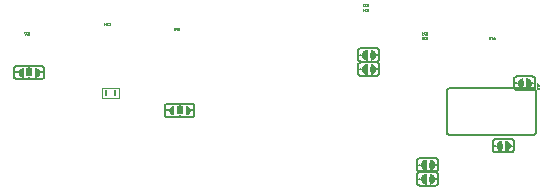
<source format=gbo>
G75*
%MOIN*%
%OFA0B0*%
%FSLAX24Y24*%
%IPPOS*%
%LPD*%
%AMOC8*
5,1,8,0,0,1.08239X$1,22.5*
%
%ADD10C,0.0060*%
%ADD11C,0.0025*%
%ADD12C,0.0010*%
%ADD13R,0.0098X0.0197*%
%ADD14R,0.0197X0.0039*%
%ADD15C,0.0039*%
%ADD16C,0.0020*%
%ADD17R,0.0213X0.0291*%
%ADD18C,0.0059*%
D10*
X013032Y006258D02*
X013827Y006258D01*
X013844Y006260D01*
X013861Y006264D01*
X013877Y006271D01*
X013891Y006281D01*
X013904Y006294D01*
X013914Y006308D01*
X013921Y006324D01*
X013925Y006341D01*
X013927Y006358D01*
X013927Y006604D01*
X013925Y006621D01*
X013921Y006638D01*
X013914Y006654D01*
X013904Y006668D01*
X013891Y006681D01*
X013877Y006691D01*
X013861Y006698D01*
X013844Y006702D01*
X013827Y006704D01*
X013032Y006704D01*
X013015Y006702D01*
X012998Y006698D01*
X012982Y006691D01*
X012968Y006681D01*
X012955Y006668D01*
X012945Y006654D01*
X012938Y006638D01*
X012934Y006621D01*
X012932Y006604D01*
X012932Y006358D01*
X012934Y006341D01*
X012938Y006324D01*
X012945Y006308D01*
X012955Y006294D01*
X012968Y006281D01*
X012982Y006271D01*
X012998Y006264D01*
X013015Y006260D01*
X013032Y006258D01*
X013429Y006278D02*
X013429Y006339D01*
X013084Y006481D02*
X012962Y006481D01*
X013429Y006624D02*
X013429Y006684D01*
X013775Y006481D02*
X013896Y006481D01*
X008907Y007618D02*
X008907Y007864D01*
X008905Y007881D01*
X008901Y007898D01*
X008894Y007914D01*
X008884Y007928D01*
X008871Y007941D01*
X008857Y007951D01*
X008841Y007958D01*
X008824Y007962D01*
X008807Y007964D01*
X008012Y007964D01*
X007995Y007962D01*
X007978Y007958D01*
X007962Y007951D01*
X007948Y007941D01*
X007935Y007928D01*
X007925Y007914D01*
X007918Y007898D01*
X007914Y007881D01*
X007912Y007864D01*
X007912Y007618D01*
X007914Y007601D01*
X007918Y007584D01*
X007925Y007568D01*
X007935Y007554D01*
X007948Y007541D01*
X007962Y007531D01*
X007978Y007524D01*
X007995Y007520D01*
X008012Y007518D01*
X008807Y007518D01*
X008824Y007520D01*
X008841Y007524D01*
X008857Y007531D01*
X008871Y007541D01*
X008884Y007554D01*
X008894Y007568D01*
X008901Y007584D01*
X008905Y007601D01*
X008907Y007618D01*
X008877Y007741D02*
X008755Y007741D01*
X008410Y007883D02*
X008410Y007944D01*
X008064Y007741D02*
X007943Y007741D01*
X008410Y007598D02*
X008410Y007538D01*
X019378Y007734D02*
X019378Y007984D01*
X019380Y008001D01*
X019384Y008018D01*
X019391Y008034D01*
X019401Y008048D01*
X019414Y008061D01*
X019428Y008071D01*
X019444Y008078D01*
X019461Y008082D01*
X019478Y008084D01*
X019978Y008084D01*
X019978Y008106D02*
X019478Y008106D01*
X019461Y008108D01*
X019444Y008112D01*
X019428Y008119D01*
X019414Y008129D01*
X019401Y008142D01*
X019391Y008156D01*
X019384Y008172D01*
X019380Y008189D01*
X019378Y008206D01*
X019378Y008456D01*
X019380Y008473D01*
X019384Y008490D01*
X019391Y008506D01*
X019401Y008520D01*
X019414Y008533D01*
X019428Y008543D01*
X019444Y008550D01*
X019461Y008554D01*
X019478Y008556D01*
X019978Y008556D01*
X019995Y008554D01*
X020012Y008550D01*
X020028Y008543D01*
X020042Y008533D01*
X020055Y008520D01*
X020065Y008506D01*
X020072Y008490D01*
X020076Y008473D01*
X020078Y008456D01*
X020078Y008206D01*
X020076Y008189D01*
X020072Y008172D01*
X020065Y008156D01*
X020055Y008142D01*
X020042Y008129D01*
X020028Y008119D01*
X020012Y008112D01*
X019995Y008108D01*
X019978Y008106D01*
X019978Y008084D02*
X019995Y008082D01*
X020012Y008078D01*
X020028Y008071D01*
X020042Y008061D01*
X020055Y008048D01*
X020065Y008034D01*
X020072Y008018D01*
X020076Y008001D01*
X020078Y007984D01*
X020078Y007734D01*
X020076Y007717D01*
X020072Y007700D01*
X020065Y007684D01*
X020055Y007670D01*
X020042Y007657D01*
X020028Y007647D01*
X020012Y007640D01*
X019995Y007636D01*
X019978Y007634D01*
X019478Y007634D01*
X019461Y007636D01*
X019444Y007640D01*
X019428Y007647D01*
X019414Y007657D01*
X019401Y007670D01*
X019391Y007684D01*
X019384Y007700D01*
X019380Y007717D01*
X019378Y007734D01*
X019428Y007859D02*
X019478Y007859D01*
X019978Y007859D02*
X020028Y007859D01*
X020028Y008331D02*
X019978Y008331D01*
X019478Y008331D02*
X019428Y008331D01*
X024575Y007512D02*
X024575Y007262D01*
X024577Y007245D01*
X024581Y007228D01*
X024588Y007212D01*
X024598Y007198D01*
X024611Y007185D01*
X024625Y007175D01*
X024641Y007168D01*
X024658Y007164D01*
X024675Y007162D01*
X025175Y007162D01*
X025192Y007164D01*
X025209Y007168D01*
X025225Y007175D01*
X025239Y007185D01*
X025252Y007198D01*
X025262Y007212D01*
X025269Y007228D01*
X025273Y007245D01*
X025275Y007262D01*
X025275Y007512D01*
X025273Y007529D01*
X025269Y007546D01*
X025262Y007562D01*
X025252Y007576D01*
X025239Y007589D01*
X025225Y007599D01*
X025209Y007606D01*
X025192Y007610D01*
X025175Y007612D01*
X024675Y007612D01*
X024658Y007610D01*
X024641Y007606D01*
X024625Y007599D01*
X024611Y007589D01*
X024598Y007576D01*
X024588Y007562D01*
X024581Y007546D01*
X024577Y007529D01*
X024575Y007512D01*
X024625Y007387D02*
X024675Y007387D01*
X025175Y007387D02*
X025225Y007387D01*
X024467Y005525D02*
X023967Y005525D01*
X023950Y005523D01*
X023933Y005519D01*
X023917Y005512D01*
X023903Y005502D01*
X023890Y005489D01*
X023880Y005475D01*
X023873Y005459D01*
X023869Y005442D01*
X023867Y005425D01*
X023867Y005175D01*
X023869Y005158D01*
X023873Y005141D01*
X023880Y005125D01*
X023890Y005111D01*
X023903Y005098D01*
X023917Y005088D01*
X023933Y005081D01*
X023950Y005077D01*
X023967Y005075D01*
X024467Y005075D01*
X024484Y005077D01*
X024501Y005081D01*
X024517Y005088D01*
X024531Y005098D01*
X024544Y005111D01*
X024554Y005125D01*
X024561Y005141D01*
X024565Y005158D01*
X024567Y005175D01*
X024567Y005425D01*
X024565Y005442D01*
X024561Y005459D01*
X024554Y005475D01*
X024544Y005489D01*
X024531Y005502D01*
X024517Y005512D01*
X024501Y005519D01*
X024484Y005523D01*
X024467Y005525D01*
X024467Y005300D02*
X024517Y005300D01*
X023967Y005300D02*
X023917Y005300D01*
X022047Y004795D02*
X022047Y004545D01*
X022045Y004528D01*
X022041Y004511D01*
X022034Y004495D01*
X022024Y004481D01*
X022011Y004468D01*
X021997Y004458D01*
X021981Y004451D01*
X021964Y004447D01*
X021947Y004445D01*
X021447Y004445D01*
X021447Y004423D02*
X021947Y004423D01*
X021964Y004421D01*
X021981Y004417D01*
X021997Y004410D01*
X022011Y004400D01*
X022024Y004387D01*
X022034Y004373D01*
X022041Y004357D01*
X022045Y004340D01*
X022047Y004323D01*
X022047Y004073D01*
X022045Y004056D01*
X022041Y004039D01*
X022034Y004023D01*
X022024Y004009D01*
X022011Y003996D01*
X021997Y003986D01*
X021981Y003979D01*
X021964Y003975D01*
X021947Y003973D01*
X021447Y003973D01*
X021430Y003975D01*
X021413Y003979D01*
X021397Y003986D01*
X021383Y003996D01*
X021370Y004009D01*
X021360Y004023D01*
X021353Y004039D01*
X021349Y004056D01*
X021347Y004073D01*
X021347Y004323D01*
X021349Y004340D01*
X021353Y004357D01*
X021360Y004373D01*
X021370Y004387D01*
X021383Y004400D01*
X021397Y004410D01*
X021413Y004417D01*
X021430Y004421D01*
X021447Y004423D01*
X021447Y004445D02*
X021430Y004447D01*
X021413Y004451D01*
X021397Y004458D01*
X021383Y004468D01*
X021370Y004481D01*
X021360Y004495D01*
X021353Y004511D01*
X021349Y004528D01*
X021347Y004545D01*
X021347Y004795D01*
X021349Y004812D01*
X021353Y004829D01*
X021360Y004845D01*
X021370Y004859D01*
X021383Y004872D01*
X021397Y004882D01*
X021413Y004889D01*
X021430Y004893D01*
X021447Y004895D01*
X021947Y004895D01*
X021964Y004893D01*
X021981Y004889D01*
X021997Y004882D01*
X022011Y004872D01*
X022024Y004859D01*
X022034Y004845D01*
X022041Y004829D01*
X022045Y004812D01*
X022047Y004795D01*
X021997Y004670D02*
X021947Y004670D01*
X021447Y004670D02*
X021397Y004670D01*
X021397Y004198D02*
X021447Y004198D01*
X021947Y004198D02*
X021997Y004198D01*
D11*
X021764Y004036D02*
X021753Y004198D01*
X021753Y004198D01*
X021764Y004360D01*
X021764Y004361D01*
X021789Y004357D01*
X021812Y004350D01*
X021834Y004339D01*
X021854Y004325D01*
X021872Y004309D01*
X021887Y004290D01*
X021899Y004269D01*
X021908Y004246D01*
X021913Y004222D01*
X021915Y004198D01*
X021913Y004174D01*
X021908Y004150D01*
X021899Y004127D01*
X021887Y004106D01*
X021872Y004087D01*
X021854Y004071D01*
X021834Y004057D01*
X021812Y004046D01*
X021789Y004039D01*
X021764Y004035D01*
X021764Y004059D01*
X021787Y004062D01*
X021809Y004070D01*
X021829Y004081D01*
X021847Y004095D01*
X021863Y004112D01*
X021875Y004132D01*
X021884Y004153D01*
X021890Y004175D01*
X021892Y004198D01*
X021890Y004221D01*
X021884Y004243D01*
X021875Y004264D01*
X021863Y004284D01*
X021847Y004301D01*
X021829Y004315D01*
X021809Y004326D01*
X021787Y004334D01*
X021764Y004337D01*
X021764Y004314D01*
X021784Y004310D01*
X021803Y004303D01*
X021820Y004293D01*
X021836Y004280D01*
X021848Y004264D01*
X021858Y004247D01*
X021865Y004228D01*
X021869Y004208D01*
X021869Y004188D01*
X021865Y004168D01*
X021858Y004149D01*
X021848Y004132D01*
X021836Y004116D01*
X021820Y004103D01*
X021803Y004093D01*
X021784Y004086D01*
X021764Y004082D01*
X021764Y004105D01*
X021782Y004109D01*
X021798Y004116D01*
X021813Y004127D01*
X021826Y004140D01*
X021835Y004155D01*
X021842Y004171D01*
X021846Y004189D01*
X021846Y004207D01*
X021842Y004225D01*
X021835Y004241D01*
X021826Y004256D01*
X021813Y004269D01*
X021798Y004280D01*
X021782Y004287D01*
X021764Y004291D01*
X021764Y004268D01*
X021780Y004263D01*
X021794Y004255D01*
X021806Y004244D01*
X021815Y004230D01*
X021821Y004214D01*
X021823Y004198D01*
X021821Y004182D01*
X021815Y004166D01*
X021806Y004152D01*
X021794Y004141D01*
X021780Y004133D01*
X021764Y004128D01*
X021764Y004152D01*
X021776Y004156D01*
X021786Y004164D01*
X021794Y004174D01*
X021798Y004186D01*
X021800Y004198D01*
X021798Y004210D01*
X021794Y004222D01*
X021786Y004232D01*
X021776Y004240D01*
X021764Y004244D01*
X021764Y004220D01*
X021771Y004214D01*
X021775Y004207D01*
X021777Y004198D01*
X021775Y004189D01*
X021771Y004182D01*
X021764Y004176D01*
X021752Y004196D01*
X021753Y004196D01*
X021754Y004197D01*
X021754Y004199D01*
X021753Y004200D01*
X021752Y004200D01*
X021630Y004360D02*
X021641Y004198D01*
X021641Y004198D01*
X021630Y004036D01*
X021630Y004035D01*
X021605Y004039D01*
X021582Y004046D01*
X021560Y004057D01*
X021540Y004071D01*
X021522Y004087D01*
X021507Y004106D01*
X021495Y004127D01*
X021486Y004150D01*
X021481Y004174D01*
X021479Y004198D01*
X021481Y004222D01*
X021486Y004246D01*
X021495Y004269D01*
X021507Y004290D01*
X021522Y004309D01*
X021540Y004325D01*
X021560Y004339D01*
X021582Y004350D01*
X021605Y004357D01*
X021630Y004361D01*
X021630Y004337D01*
X021607Y004334D01*
X021585Y004326D01*
X021565Y004315D01*
X021547Y004301D01*
X021531Y004284D01*
X021519Y004264D01*
X021510Y004243D01*
X021504Y004221D01*
X021502Y004198D01*
X021504Y004175D01*
X021510Y004153D01*
X021519Y004132D01*
X021531Y004112D01*
X021547Y004095D01*
X021565Y004081D01*
X021585Y004070D01*
X021607Y004062D01*
X021630Y004059D01*
X021630Y004082D01*
X021610Y004086D01*
X021591Y004093D01*
X021574Y004103D01*
X021558Y004116D01*
X021546Y004132D01*
X021536Y004149D01*
X021529Y004168D01*
X021525Y004188D01*
X021525Y004208D01*
X021529Y004228D01*
X021536Y004247D01*
X021546Y004264D01*
X021558Y004280D01*
X021574Y004293D01*
X021591Y004303D01*
X021610Y004310D01*
X021630Y004314D01*
X021630Y004291D01*
X021612Y004287D01*
X021596Y004280D01*
X021581Y004269D01*
X021568Y004256D01*
X021559Y004241D01*
X021552Y004225D01*
X021548Y004207D01*
X021548Y004189D01*
X021552Y004171D01*
X021559Y004155D01*
X021568Y004140D01*
X021581Y004127D01*
X021596Y004116D01*
X021612Y004109D01*
X021630Y004105D01*
X021630Y004128D01*
X021614Y004133D01*
X021600Y004141D01*
X021588Y004152D01*
X021579Y004166D01*
X021573Y004182D01*
X021571Y004198D01*
X021573Y004214D01*
X021579Y004230D01*
X021588Y004244D01*
X021600Y004255D01*
X021614Y004263D01*
X021630Y004268D01*
X021630Y004244D01*
X021618Y004240D01*
X021608Y004232D01*
X021600Y004222D01*
X021596Y004210D01*
X021594Y004198D01*
X021596Y004186D01*
X021600Y004174D01*
X021608Y004164D01*
X021618Y004156D01*
X021630Y004152D01*
X021630Y004176D01*
X021623Y004182D01*
X021619Y004189D01*
X021617Y004198D01*
X021619Y004207D01*
X021623Y004214D01*
X021630Y004220D01*
X021642Y004200D01*
X021641Y004200D01*
X021640Y004199D01*
X021640Y004197D01*
X021641Y004196D01*
X021642Y004196D01*
X021630Y004832D02*
X021641Y004670D01*
X021641Y004670D01*
X021630Y004508D01*
X021630Y004507D01*
X021605Y004511D01*
X021582Y004518D01*
X021560Y004529D01*
X021540Y004543D01*
X021522Y004559D01*
X021507Y004578D01*
X021495Y004599D01*
X021486Y004622D01*
X021481Y004646D01*
X021479Y004670D01*
X021481Y004694D01*
X021486Y004718D01*
X021495Y004741D01*
X021507Y004762D01*
X021522Y004781D01*
X021540Y004797D01*
X021560Y004811D01*
X021582Y004822D01*
X021605Y004829D01*
X021630Y004833D01*
X021630Y004809D01*
X021607Y004806D01*
X021585Y004798D01*
X021565Y004787D01*
X021547Y004773D01*
X021531Y004756D01*
X021519Y004736D01*
X021510Y004715D01*
X021504Y004693D01*
X021502Y004670D01*
X021504Y004647D01*
X021510Y004625D01*
X021519Y004604D01*
X021531Y004584D01*
X021547Y004567D01*
X021565Y004553D01*
X021585Y004542D01*
X021607Y004534D01*
X021630Y004531D01*
X021630Y004554D01*
X021610Y004558D01*
X021591Y004565D01*
X021574Y004575D01*
X021558Y004588D01*
X021546Y004604D01*
X021536Y004621D01*
X021529Y004640D01*
X021525Y004660D01*
X021525Y004680D01*
X021529Y004700D01*
X021536Y004719D01*
X021546Y004736D01*
X021558Y004752D01*
X021574Y004765D01*
X021591Y004775D01*
X021610Y004782D01*
X021630Y004786D01*
X021630Y004763D01*
X021612Y004759D01*
X021596Y004752D01*
X021581Y004741D01*
X021568Y004728D01*
X021559Y004713D01*
X021552Y004697D01*
X021548Y004679D01*
X021548Y004661D01*
X021552Y004643D01*
X021559Y004627D01*
X021568Y004612D01*
X021581Y004599D01*
X021596Y004588D01*
X021612Y004581D01*
X021630Y004577D01*
X021630Y004600D01*
X021614Y004605D01*
X021600Y004613D01*
X021588Y004624D01*
X021579Y004638D01*
X021573Y004654D01*
X021571Y004670D01*
X021573Y004686D01*
X021579Y004702D01*
X021588Y004716D01*
X021600Y004727D01*
X021614Y004735D01*
X021630Y004740D01*
X021630Y004716D01*
X021618Y004712D01*
X021608Y004704D01*
X021600Y004694D01*
X021596Y004682D01*
X021594Y004670D01*
X021596Y004658D01*
X021600Y004646D01*
X021608Y004636D01*
X021618Y004628D01*
X021630Y004624D01*
X021630Y004648D01*
X021623Y004654D01*
X021619Y004661D01*
X021617Y004670D01*
X021619Y004679D01*
X021623Y004686D01*
X021630Y004692D01*
X021642Y004672D01*
X021641Y004672D01*
X021640Y004671D01*
X021640Y004669D01*
X021641Y004668D01*
X021642Y004668D01*
X021764Y004508D02*
X021753Y004670D01*
X021753Y004670D01*
X021764Y004832D01*
X021764Y004833D01*
X021789Y004829D01*
X021812Y004822D01*
X021834Y004811D01*
X021854Y004797D01*
X021872Y004781D01*
X021887Y004762D01*
X021899Y004741D01*
X021908Y004718D01*
X021913Y004694D01*
X021915Y004670D01*
X021913Y004646D01*
X021908Y004622D01*
X021899Y004599D01*
X021887Y004578D01*
X021872Y004559D01*
X021854Y004543D01*
X021834Y004529D01*
X021812Y004518D01*
X021789Y004511D01*
X021764Y004507D01*
X021764Y004531D01*
X021787Y004534D01*
X021809Y004542D01*
X021829Y004553D01*
X021847Y004567D01*
X021863Y004584D01*
X021875Y004604D01*
X021884Y004625D01*
X021890Y004647D01*
X021892Y004670D01*
X021890Y004693D01*
X021884Y004715D01*
X021875Y004736D01*
X021863Y004756D01*
X021847Y004773D01*
X021829Y004787D01*
X021809Y004798D01*
X021787Y004806D01*
X021764Y004809D01*
X021764Y004786D01*
X021784Y004782D01*
X021803Y004775D01*
X021820Y004765D01*
X021836Y004752D01*
X021848Y004736D01*
X021858Y004719D01*
X021865Y004700D01*
X021869Y004680D01*
X021869Y004660D01*
X021865Y004640D01*
X021858Y004621D01*
X021848Y004604D01*
X021836Y004588D01*
X021820Y004575D01*
X021803Y004565D01*
X021784Y004558D01*
X021764Y004554D01*
X021764Y004577D01*
X021782Y004581D01*
X021798Y004588D01*
X021813Y004599D01*
X021826Y004612D01*
X021835Y004627D01*
X021842Y004643D01*
X021846Y004661D01*
X021846Y004679D01*
X021842Y004697D01*
X021835Y004713D01*
X021826Y004728D01*
X021813Y004741D01*
X021798Y004752D01*
X021782Y004759D01*
X021764Y004763D01*
X021764Y004740D01*
X021780Y004735D01*
X021794Y004727D01*
X021806Y004716D01*
X021815Y004702D01*
X021821Y004686D01*
X021823Y004670D01*
X021821Y004654D01*
X021815Y004638D01*
X021806Y004624D01*
X021794Y004613D01*
X021780Y004605D01*
X021764Y004600D01*
X021764Y004624D01*
X021776Y004628D01*
X021786Y004636D01*
X021794Y004646D01*
X021798Y004658D01*
X021800Y004670D01*
X021798Y004682D01*
X021794Y004694D01*
X021786Y004704D01*
X021776Y004712D01*
X021764Y004716D01*
X021764Y004692D01*
X021771Y004686D01*
X021775Y004679D01*
X021777Y004670D01*
X021775Y004661D01*
X021771Y004654D01*
X021764Y004648D01*
X021752Y004668D01*
X021753Y004668D01*
X021754Y004669D01*
X021754Y004671D01*
X021753Y004672D01*
X021752Y004672D01*
X024150Y005462D02*
X024161Y005300D01*
X024161Y005300D01*
X024150Y005138D01*
X024150Y005137D01*
X024125Y005141D01*
X024102Y005148D01*
X024080Y005159D01*
X024060Y005173D01*
X024042Y005189D01*
X024027Y005208D01*
X024015Y005229D01*
X024006Y005252D01*
X024001Y005276D01*
X023999Y005300D01*
X024001Y005324D01*
X024006Y005348D01*
X024015Y005371D01*
X024027Y005392D01*
X024042Y005411D01*
X024060Y005427D01*
X024080Y005441D01*
X024102Y005452D01*
X024125Y005459D01*
X024150Y005463D01*
X024150Y005439D01*
X024127Y005436D01*
X024105Y005428D01*
X024085Y005417D01*
X024067Y005403D01*
X024051Y005386D01*
X024039Y005366D01*
X024030Y005345D01*
X024024Y005323D01*
X024022Y005300D01*
X024024Y005277D01*
X024030Y005255D01*
X024039Y005234D01*
X024051Y005214D01*
X024067Y005197D01*
X024085Y005183D01*
X024105Y005172D01*
X024127Y005164D01*
X024150Y005161D01*
X024150Y005184D01*
X024130Y005188D01*
X024111Y005195D01*
X024094Y005205D01*
X024078Y005218D01*
X024066Y005234D01*
X024056Y005251D01*
X024049Y005270D01*
X024045Y005290D01*
X024045Y005310D01*
X024049Y005330D01*
X024056Y005349D01*
X024066Y005366D01*
X024078Y005382D01*
X024094Y005395D01*
X024111Y005405D01*
X024130Y005412D01*
X024150Y005416D01*
X024150Y005393D01*
X024132Y005389D01*
X024116Y005382D01*
X024101Y005371D01*
X024088Y005358D01*
X024079Y005343D01*
X024072Y005327D01*
X024068Y005309D01*
X024068Y005291D01*
X024072Y005273D01*
X024079Y005257D01*
X024088Y005242D01*
X024101Y005229D01*
X024116Y005218D01*
X024132Y005211D01*
X024150Y005207D01*
X024150Y005230D01*
X024134Y005235D01*
X024120Y005243D01*
X024108Y005254D01*
X024099Y005268D01*
X024093Y005284D01*
X024091Y005300D01*
X024093Y005316D01*
X024099Y005332D01*
X024108Y005346D01*
X024120Y005357D01*
X024134Y005365D01*
X024150Y005370D01*
X024150Y005346D01*
X024138Y005342D01*
X024128Y005334D01*
X024120Y005324D01*
X024116Y005312D01*
X024114Y005300D01*
X024116Y005288D01*
X024120Y005276D01*
X024128Y005266D01*
X024138Y005258D01*
X024150Y005254D01*
X024150Y005278D01*
X024143Y005284D01*
X024139Y005291D01*
X024137Y005300D01*
X024139Y005309D01*
X024143Y005316D01*
X024150Y005322D01*
X024162Y005302D01*
X024161Y005302D01*
X024160Y005301D01*
X024160Y005299D01*
X024161Y005298D01*
X024162Y005298D01*
X024284Y005138D02*
X024273Y005300D01*
X024273Y005300D01*
X024284Y005462D01*
X024284Y005463D01*
X024309Y005459D01*
X024332Y005452D01*
X024354Y005441D01*
X024374Y005427D01*
X024392Y005411D01*
X024407Y005392D01*
X024419Y005371D01*
X024428Y005348D01*
X024433Y005324D01*
X024435Y005300D01*
X024433Y005276D01*
X024428Y005252D01*
X024419Y005229D01*
X024407Y005208D01*
X024392Y005189D01*
X024374Y005173D01*
X024354Y005159D01*
X024332Y005148D01*
X024309Y005141D01*
X024284Y005137D01*
X024284Y005161D01*
X024307Y005164D01*
X024329Y005172D01*
X024349Y005183D01*
X024367Y005197D01*
X024383Y005214D01*
X024395Y005234D01*
X024404Y005255D01*
X024410Y005277D01*
X024412Y005300D01*
X024410Y005323D01*
X024404Y005345D01*
X024395Y005366D01*
X024383Y005386D01*
X024367Y005403D01*
X024349Y005417D01*
X024329Y005428D01*
X024307Y005436D01*
X024284Y005439D01*
X024284Y005416D01*
X024304Y005412D01*
X024323Y005405D01*
X024340Y005395D01*
X024356Y005382D01*
X024368Y005366D01*
X024378Y005349D01*
X024385Y005330D01*
X024389Y005310D01*
X024389Y005290D01*
X024385Y005270D01*
X024378Y005251D01*
X024368Y005234D01*
X024356Y005218D01*
X024340Y005205D01*
X024323Y005195D01*
X024304Y005188D01*
X024284Y005184D01*
X024284Y005207D01*
X024302Y005211D01*
X024318Y005218D01*
X024333Y005229D01*
X024346Y005242D01*
X024355Y005257D01*
X024362Y005273D01*
X024366Y005291D01*
X024366Y005309D01*
X024362Y005327D01*
X024355Y005343D01*
X024346Y005358D01*
X024333Y005371D01*
X024318Y005382D01*
X024302Y005389D01*
X024284Y005393D01*
X024284Y005370D01*
X024300Y005365D01*
X024314Y005357D01*
X024326Y005346D01*
X024335Y005332D01*
X024341Y005316D01*
X024343Y005300D01*
X024341Y005284D01*
X024335Y005268D01*
X024326Y005254D01*
X024314Y005243D01*
X024300Y005235D01*
X024284Y005230D01*
X024284Y005254D01*
X024296Y005258D01*
X024306Y005266D01*
X024314Y005276D01*
X024318Y005288D01*
X024320Y005300D01*
X024318Y005312D01*
X024314Y005324D01*
X024306Y005334D01*
X024296Y005342D01*
X024284Y005346D01*
X024284Y005322D01*
X024291Y005316D01*
X024295Y005309D01*
X024297Y005300D01*
X024295Y005291D01*
X024291Y005284D01*
X024284Y005278D01*
X024272Y005298D01*
X024273Y005298D01*
X024274Y005299D01*
X024274Y005301D01*
X024273Y005302D01*
X024272Y005302D01*
X024858Y007549D02*
X024869Y007387D01*
X024869Y007387D01*
X024858Y007225D01*
X024858Y007224D01*
X024833Y007228D01*
X024810Y007235D01*
X024788Y007246D01*
X024768Y007260D01*
X024750Y007276D01*
X024735Y007295D01*
X024723Y007316D01*
X024714Y007339D01*
X024709Y007363D01*
X024707Y007387D01*
X024709Y007411D01*
X024714Y007435D01*
X024723Y007458D01*
X024735Y007479D01*
X024750Y007498D01*
X024768Y007514D01*
X024788Y007528D01*
X024810Y007539D01*
X024833Y007546D01*
X024858Y007550D01*
X024858Y007526D01*
X024835Y007523D01*
X024813Y007515D01*
X024793Y007504D01*
X024775Y007490D01*
X024759Y007473D01*
X024747Y007453D01*
X024738Y007432D01*
X024732Y007410D01*
X024730Y007387D01*
X024732Y007364D01*
X024738Y007342D01*
X024747Y007321D01*
X024759Y007301D01*
X024775Y007284D01*
X024793Y007270D01*
X024813Y007259D01*
X024835Y007251D01*
X024858Y007248D01*
X024858Y007271D01*
X024838Y007275D01*
X024819Y007282D01*
X024802Y007292D01*
X024786Y007305D01*
X024774Y007321D01*
X024764Y007338D01*
X024757Y007357D01*
X024753Y007377D01*
X024753Y007397D01*
X024757Y007417D01*
X024764Y007436D01*
X024774Y007453D01*
X024786Y007469D01*
X024802Y007482D01*
X024819Y007492D01*
X024838Y007499D01*
X024858Y007503D01*
X024858Y007480D01*
X024840Y007476D01*
X024824Y007469D01*
X024809Y007458D01*
X024796Y007445D01*
X024787Y007430D01*
X024780Y007414D01*
X024776Y007396D01*
X024776Y007378D01*
X024780Y007360D01*
X024787Y007344D01*
X024796Y007329D01*
X024809Y007316D01*
X024824Y007305D01*
X024840Y007298D01*
X024858Y007294D01*
X024858Y007317D01*
X024842Y007322D01*
X024828Y007330D01*
X024816Y007341D01*
X024807Y007355D01*
X024801Y007371D01*
X024799Y007387D01*
X024801Y007403D01*
X024807Y007419D01*
X024816Y007433D01*
X024828Y007444D01*
X024842Y007452D01*
X024858Y007457D01*
X024858Y007433D01*
X024846Y007429D01*
X024836Y007421D01*
X024828Y007411D01*
X024824Y007399D01*
X024822Y007387D01*
X024824Y007375D01*
X024828Y007363D01*
X024836Y007353D01*
X024846Y007345D01*
X024858Y007341D01*
X024858Y007365D01*
X024851Y007371D01*
X024847Y007378D01*
X024845Y007387D01*
X024847Y007396D01*
X024851Y007403D01*
X024858Y007409D01*
X024870Y007389D01*
X024869Y007389D01*
X024868Y007388D01*
X024868Y007386D01*
X024869Y007385D01*
X024870Y007385D01*
X024992Y007225D02*
X024981Y007387D01*
X024981Y007387D01*
X024992Y007549D01*
X024992Y007550D01*
X025017Y007546D01*
X025040Y007539D01*
X025062Y007528D01*
X025082Y007514D01*
X025100Y007498D01*
X025115Y007479D01*
X025127Y007458D01*
X025136Y007435D01*
X025141Y007411D01*
X025143Y007387D01*
X025141Y007363D01*
X025136Y007339D01*
X025127Y007316D01*
X025115Y007295D01*
X025100Y007276D01*
X025082Y007260D01*
X025062Y007246D01*
X025040Y007235D01*
X025017Y007228D01*
X024992Y007224D01*
X024992Y007248D01*
X025015Y007251D01*
X025037Y007259D01*
X025057Y007270D01*
X025075Y007284D01*
X025091Y007301D01*
X025103Y007321D01*
X025112Y007342D01*
X025118Y007364D01*
X025120Y007387D01*
X025118Y007410D01*
X025112Y007432D01*
X025103Y007453D01*
X025091Y007473D01*
X025075Y007490D01*
X025057Y007504D01*
X025037Y007515D01*
X025015Y007523D01*
X024992Y007526D01*
X024992Y007503D01*
X025012Y007499D01*
X025031Y007492D01*
X025048Y007482D01*
X025064Y007469D01*
X025076Y007453D01*
X025086Y007436D01*
X025093Y007417D01*
X025097Y007397D01*
X025097Y007377D01*
X025093Y007357D01*
X025086Y007338D01*
X025076Y007321D01*
X025064Y007305D01*
X025048Y007292D01*
X025031Y007282D01*
X025012Y007275D01*
X024992Y007271D01*
X024992Y007294D01*
X025010Y007298D01*
X025026Y007305D01*
X025041Y007316D01*
X025054Y007329D01*
X025063Y007344D01*
X025070Y007360D01*
X025074Y007378D01*
X025074Y007396D01*
X025070Y007414D01*
X025063Y007430D01*
X025054Y007445D01*
X025041Y007458D01*
X025026Y007469D01*
X025010Y007476D01*
X024992Y007480D01*
X024992Y007457D01*
X025008Y007452D01*
X025022Y007444D01*
X025034Y007433D01*
X025043Y007419D01*
X025049Y007403D01*
X025051Y007387D01*
X025049Y007371D01*
X025043Y007355D01*
X025034Y007341D01*
X025022Y007330D01*
X025008Y007322D01*
X024992Y007317D01*
X024992Y007341D01*
X025004Y007345D01*
X025014Y007353D01*
X025022Y007363D01*
X025026Y007375D01*
X025028Y007387D01*
X025026Y007399D01*
X025022Y007411D01*
X025014Y007421D01*
X025004Y007429D01*
X024992Y007433D01*
X024992Y007409D01*
X024999Y007403D01*
X025003Y007396D01*
X025005Y007387D01*
X025003Y007378D01*
X024999Y007371D01*
X024992Y007365D01*
X024980Y007385D01*
X024981Y007385D01*
X024982Y007386D01*
X024982Y007388D01*
X024981Y007389D01*
X024980Y007389D01*
X019795Y007697D02*
X019784Y007859D01*
X019784Y007859D01*
X019795Y008021D01*
X019795Y008022D01*
X019820Y008018D01*
X019843Y008011D01*
X019865Y008000D01*
X019885Y007986D01*
X019903Y007970D01*
X019918Y007951D01*
X019930Y007930D01*
X019939Y007907D01*
X019944Y007883D01*
X019946Y007859D01*
X019944Y007835D01*
X019939Y007811D01*
X019930Y007788D01*
X019918Y007767D01*
X019903Y007748D01*
X019885Y007732D01*
X019865Y007718D01*
X019843Y007707D01*
X019820Y007700D01*
X019795Y007696D01*
X019795Y007720D01*
X019818Y007723D01*
X019840Y007731D01*
X019860Y007742D01*
X019878Y007756D01*
X019894Y007773D01*
X019906Y007793D01*
X019915Y007814D01*
X019921Y007836D01*
X019923Y007859D01*
X019921Y007882D01*
X019915Y007904D01*
X019906Y007925D01*
X019894Y007945D01*
X019878Y007962D01*
X019860Y007976D01*
X019840Y007987D01*
X019818Y007995D01*
X019795Y007998D01*
X019795Y007975D01*
X019815Y007971D01*
X019834Y007964D01*
X019851Y007954D01*
X019867Y007941D01*
X019879Y007925D01*
X019889Y007908D01*
X019896Y007889D01*
X019900Y007869D01*
X019900Y007849D01*
X019896Y007829D01*
X019889Y007810D01*
X019879Y007793D01*
X019867Y007777D01*
X019851Y007764D01*
X019834Y007754D01*
X019815Y007747D01*
X019795Y007743D01*
X019795Y007766D01*
X019813Y007770D01*
X019829Y007777D01*
X019844Y007788D01*
X019857Y007801D01*
X019866Y007816D01*
X019873Y007832D01*
X019877Y007850D01*
X019877Y007868D01*
X019873Y007886D01*
X019866Y007902D01*
X019857Y007917D01*
X019844Y007930D01*
X019829Y007941D01*
X019813Y007948D01*
X019795Y007952D01*
X019795Y007929D01*
X019811Y007924D01*
X019825Y007916D01*
X019837Y007905D01*
X019846Y007891D01*
X019852Y007875D01*
X019854Y007859D01*
X019852Y007843D01*
X019846Y007827D01*
X019837Y007813D01*
X019825Y007802D01*
X019811Y007794D01*
X019795Y007789D01*
X019795Y007813D01*
X019807Y007817D01*
X019817Y007825D01*
X019825Y007835D01*
X019829Y007847D01*
X019831Y007859D01*
X019829Y007871D01*
X019825Y007883D01*
X019817Y007893D01*
X019807Y007901D01*
X019795Y007905D01*
X019795Y007881D01*
X019802Y007875D01*
X019806Y007868D01*
X019808Y007859D01*
X019806Y007850D01*
X019802Y007843D01*
X019795Y007837D01*
X019783Y007857D01*
X019784Y007857D01*
X019785Y007858D01*
X019785Y007860D01*
X019784Y007861D01*
X019783Y007861D01*
X019661Y008021D02*
X019672Y007859D01*
X019672Y007859D01*
X019661Y007697D01*
X019661Y007696D01*
X019636Y007700D01*
X019613Y007707D01*
X019591Y007718D01*
X019571Y007732D01*
X019553Y007748D01*
X019538Y007767D01*
X019526Y007788D01*
X019517Y007811D01*
X019512Y007835D01*
X019510Y007859D01*
X019512Y007883D01*
X019517Y007907D01*
X019526Y007930D01*
X019538Y007951D01*
X019553Y007970D01*
X019571Y007986D01*
X019591Y008000D01*
X019613Y008011D01*
X019636Y008018D01*
X019661Y008022D01*
X019661Y007998D01*
X019638Y007995D01*
X019616Y007987D01*
X019596Y007976D01*
X019578Y007962D01*
X019562Y007945D01*
X019550Y007925D01*
X019541Y007904D01*
X019535Y007882D01*
X019533Y007859D01*
X019535Y007836D01*
X019541Y007814D01*
X019550Y007793D01*
X019562Y007773D01*
X019578Y007756D01*
X019596Y007742D01*
X019616Y007731D01*
X019638Y007723D01*
X019661Y007720D01*
X019661Y007743D01*
X019641Y007747D01*
X019622Y007754D01*
X019605Y007764D01*
X019589Y007777D01*
X019577Y007793D01*
X019567Y007810D01*
X019560Y007829D01*
X019556Y007849D01*
X019556Y007869D01*
X019560Y007889D01*
X019567Y007908D01*
X019577Y007925D01*
X019589Y007941D01*
X019605Y007954D01*
X019622Y007964D01*
X019641Y007971D01*
X019661Y007975D01*
X019661Y007952D01*
X019643Y007948D01*
X019627Y007941D01*
X019612Y007930D01*
X019599Y007917D01*
X019590Y007902D01*
X019583Y007886D01*
X019579Y007868D01*
X019579Y007850D01*
X019583Y007832D01*
X019590Y007816D01*
X019599Y007801D01*
X019612Y007788D01*
X019627Y007777D01*
X019643Y007770D01*
X019661Y007766D01*
X019661Y007789D01*
X019645Y007794D01*
X019631Y007802D01*
X019619Y007813D01*
X019610Y007827D01*
X019604Y007843D01*
X019602Y007859D01*
X019604Y007875D01*
X019610Y007891D01*
X019619Y007905D01*
X019631Y007916D01*
X019645Y007924D01*
X019661Y007929D01*
X019661Y007905D01*
X019649Y007901D01*
X019639Y007893D01*
X019631Y007883D01*
X019627Y007871D01*
X019625Y007859D01*
X019627Y007847D01*
X019631Y007835D01*
X019639Y007825D01*
X019649Y007817D01*
X019661Y007813D01*
X019661Y007837D01*
X019654Y007843D01*
X019650Y007850D01*
X019648Y007859D01*
X019650Y007868D01*
X019654Y007875D01*
X019661Y007881D01*
X019673Y007861D01*
X019672Y007861D01*
X019671Y007860D01*
X019671Y007858D01*
X019672Y007857D01*
X019673Y007857D01*
X019661Y008493D02*
X019672Y008331D01*
X019672Y008331D01*
X019661Y008169D01*
X019661Y008168D01*
X019636Y008172D01*
X019613Y008179D01*
X019591Y008190D01*
X019571Y008204D01*
X019553Y008220D01*
X019538Y008239D01*
X019526Y008260D01*
X019517Y008283D01*
X019512Y008307D01*
X019510Y008331D01*
X019512Y008355D01*
X019517Y008379D01*
X019526Y008402D01*
X019538Y008423D01*
X019553Y008442D01*
X019571Y008458D01*
X019591Y008472D01*
X019613Y008483D01*
X019636Y008490D01*
X019661Y008494D01*
X019661Y008470D01*
X019638Y008467D01*
X019616Y008459D01*
X019596Y008448D01*
X019578Y008434D01*
X019562Y008417D01*
X019550Y008397D01*
X019541Y008376D01*
X019535Y008354D01*
X019533Y008331D01*
X019535Y008308D01*
X019541Y008286D01*
X019550Y008265D01*
X019562Y008245D01*
X019578Y008228D01*
X019596Y008214D01*
X019616Y008203D01*
X019638Y008195D01*
X019661Y008192D01*
X019661Y008215D01*
X019641Y008219D01*
X019622Y008226D01*
X019605Y008236D01*
X019589Y008249D01*
X019577Y008265D01*
X019567Y008282D01*
X019560Y008301D01*
X019556Y008321D01*
X019556Y008341D01*
X019560Y008361D01*
X019567Y008380D01*
X019577Y008397D01*
X019589Y008413D01*
X019605Y008426D01*
X019622Y008436D01*
X019641Y008443D01*
X019661Y008447D01*
X019661Y008424D01*
X019643Y008420D01*
X019627Y008413D01*
X019612Y008402D01*
X019599Y008389D01*
X019590Y008374D01*
X019583Y008358D01*
X019579Y008340D01*
X019579Y008322D01*
X019583Y008304D01*
X019590Y008288D01*
X019599Y008273D01*
X019612Y008260D01*
X019627Y008249D01*
X019643Y008242D01*
X019661Y008238D01*
X019661Y008261D01*
X019645Y008266D01*
X019631Y008274D01*
X019619Y008285D01*
X019610Y008299D01*
X019604Y008315D01*
X019602Y008331D01*
X019604Y008347D01*
X019610Y008363D01*
X019619Y008377D01*
X019631Y008388D01*
X019645Y008396D01*
X019661Y008401D01*
X019661Y008377D01*
X019649Y008373D01*
X019639Y008365D01*
X019631Y008355D01*
X019627Y008343D01*
X019625Y008331D01*
X019627Y008319D01*
X019631Y008307D01*
X019639Y008297D01*
X019649Y008289D01*
X019661Y008285D01*
X019661Y008309D01*
X019654Y008315D01*
X019650Y008322D01*
X019648Y008331D01*
X019650Y008340D01*
X019654Y008347D01*
X019661Y008353D01*
X019673Y008333D01*
X019672Y008333D01*
X019671Y008332D01*
X019671Y008330D01*
X019672Y008329D01*
X019673Y008329D01*
X019795Y008169D02*
X019784Y008331D01*
X019784Y008331D01*
X019795Y008493D01*
X019795Y008494D01*
X019820Y008490D01*
X019843Y008483D01*
X019865Y008472D01*
X019885Y008458D01*
X019903Y008442D01*
X019918Y008423D01*
X019930Y008402D01*
X019939Y008379D01*
X019944Y008355D01*
X019946Y008331D01*
X019944Y008307D01*
X019939Y008283D01*
X019930Y008260D01*
X019918Y008239D01*
X019903Y008220D01*
X019885Y008204D01*
X019865Y008190D01*
X019843Y008179D01*
X019820Y008172D01*
X019795Y008168D01*
X019795Y008192D01*
X019818Y008195D01*
X019840Y008203D01*
X019860Y008214D01*
X019878Y008228D01*
X019894Y008245D01*
X019906Y008265D01*
X019915Y008286D01*
X019921Y008308D01*
X019923Y008331D01*
X019921Y008354D01*
X019915Y008376D01*
X019906Y008397D01*
X019894Y008417D01*
X019878Y008434D01*
X019860Y008448D01*
X019840Y008459D01*
X019818Y008467D01*
X019795Y008470D01*
X019795Y008447D01*
X019815Y008443D01*
X019834Y008436D01*
X019851Y008426D01*
X019867Y008413D01*
X019879Y008397D01*
X019889Y008380D01*
X019896Y008361D01*
X019900Y008341D01*
X019900Y008321D01*
X019896Y008301D01*
X019889Y008282D01*
X019879Y008265D01*
X019867Y008249D01*
X019851Y008236D01*
X019834Y008226D01*
X019815Y008219D01*
X019795Y008215D01*
X019795Y008238D01*
X019813Y008242D01*
X019829Y008249D01*
X019844Y008260D01*
X019857Y008273D01*
X019866Y008288D01*
X019873Y008304D01*
X019877Y008322D01*
X019877Y008340D01*
X019873Y008358D01*
X019866Y008374D01*
X019857Y008389D01*
X019844Y008402D01*
X019829Y008413D01*
X019813Y008420D01*
X019795Y008424D01*
X019795Y008401D01*
X019811Y008396D01*
X019825Y008388D01*
X019837Y008377D01*
X019846Y008363D01*
X019852Y008347D01*
X019854Y008331D01*
X019852Y008315D01*
X019846Y008299D01*
X019837Y008285D01*
X019825Y008274D01*
X019811Y008266D01*
X019795Y008261D01*
X019795Y008285D01*
X019807Y008289D01*
X019817Y008297D01*
X019825Y008307D01*
X019829Y008319D01*
X019831Y008331D01*
X019829Y008343D01*
X019825Y008355D01*
X019817Y008365D01*
X019807Y008373D01*
X019795Y008377D01*
X019795Y008353D01*
X019802Y008347D01*
X019806Y008340D01*
X019808Y008331D01*
X019806Y008322D01*
X019802Y008315D01*
X019795Y008309D01*
X019783Y008329D01*
X019784Y008329D01*
X019785Y008330D01*
X019785Y008332D01*
X019784Y008333D01*
X019783Y008333D01*
D12*
X021501Y008848D02*
X021547Y008848D01*
X021501Y008894D01*
X021501Y008906D01*
X021513Y008917D01*
X021536Y008917D01*
X021547Y008906D01*
X021574Y008917D02*
X021597Y008917D01*
X021585Y008917D02*
X021585Y008860D01*
X021597Y008848D01*
X021608Y008848D01*
X021619Y008860D01*
X021646Y008860D02*
X021658Y008848D01*
X021681Y008848D01*
X021692Y008860D01*
X021681Y008883D02*
X021692Y008894D01*
X021692Y008906D01*
X021681Y008917D01*
X021658Y008917D01*
X021646Y008906D01*
X021658Y008883D02*
X021646Y008871D01*
X021646Y008860D01*
X021658Y008883D02*
X021681Y008883D01*
X021681Y009006D02*
X021692Y009017D01*
X021681Y009006D02*
X021658Y009006D01*
X021646Y009017D01*
X021646Y009029D01*
X021658Y009040D01*
X021681Y009040D01*
X021692Y009052D01*
X021692Y009063D01*
X021681Y009075D01*
X021658Y009075D01*
X021646Y009063D01*
X021597Y009075D02*
X021574Y009075D01*
X021585Y009075D02*
X021585Y009017D01*
X021597Y009006D01*
X021608Y009006D01*
X021619Y009017D01*
X021547Y009006D02*
X021501Y009006D01*
X021524Y009006D02*
X021524Y009075D01*
X021547Y009052D01*
X019723Y009805D02*
X019712Y009793D01*
X019689Y009793D01*
X019678Y009805D01*
X019678Y009816D01*
X019689Y009828D01*
X019712Y009828D01*
X019723Y009839D01*
X019723Y009851D01*
X019712Y009862D01*
X019689Y009862D01*
X019678Y009851D01*
X019628Y009862D02*
X019605Y009862D01*
X019617Y009862D02*
X019617Y009805D01*
X019628Y009793D01*
X019640Y009793D01*
X019651Y009805D01*
X019578Y009828D02*
X019533Y009828D01*
X019544Y009862D02*
X019578Y009828D01*
X019544Y009793D02*
X019544Y009862D01*
X019544Y009951D02*
X019567Y009951D01*
X019578Y009962D01*
X019556Y009985D02*
X019544Y009985D01*
X019533Y009974D01*
X019533Y009962D01*
X019544Y009951D01*
X019544Y009985D02*
X019533Y009997D01*
X019533Y010008D01*
X019544Y010019D01*
X019567Y010019D01*
X019578Y010008D01*
X019605Y010019D02*
X019628Y010019D01*
X019617Y010019D02*
X019617Y009962D01*
X019628Y009951D01*
X019640Y009951D01*
X019651Y009962D01*
X019678Y009962D02*
X019689Y009951D01*
X019712Y009951D01*
X019723Y009962D01*
X019712Y009985D02*
X019689Y009985D01*
X019678Y009974D01*
X019678Y009962D01*
X019712Y009985D02*
X019723Y009997D01*
X019723Y010008D01*
X019712Y010019D01*
X019689Y010019D01*
X019678Y010008D01*
X023745Y008917D02*
X023791Y008917D01*
X023791Y008883D01*
X023768Y008894D01*
X023757Y008894D01*
X023745Y008883D01*
X023745Y008860D01*
X023757Y008848D01*
X023780Y008848D01*
X023791Y008860D01*
X023829Y008860D02*
X023829Y008917D01*
X023818Y008917D02*
X023841Y008917D01*
X023890Y008906D02*
X023902Y008917D01*
X023925Y008917D01*
X023936Y008906D01*
X023936Y008894D01*
X023925Y008883D01*
X023902Y008883D01*
X023890Y008871D01*
X023890Y008860D01*
X023902Y008848D01*
X023925Y008848D01*
X023936Y008860D01*
X023864Y008860D02*
X023852Y008848D01*
X023841Y008848D01*
X023829Y008860D01*
X025330Y007374D02*
X025342Y007386D01*
X025354Y007386D01*
X025365Y007374D01*
X025365Y007339D01*
X025342Y007339D01*
X025330Y007351D01*
X025330Y007374D01*
X025365Y007339D02*
X025389Y007362D01*
X025400Y007386D01*
X025400Y007312D02*
X025400Y007289D01*
X025400Y007300D02*
X025342Y007300D01*
X025330Y007289D01*
X025330Y007277D01*
X025342Y007265D01*
X025342Y007238D02*
X025330Y007227D01*
X025330Y007203D01*
X025342Y007192D01*
X025365Y007203D02*
X025377Y007192D01*
X025389Y007192D01*
X025400Y007203D01*
X025400Y007227D01*
X025389Y007238D01*
X025365Y007227D02*
X025354Y007238D01*
X025342Y007238D01*
X025365Y007227D02*
X025365Y007203D01*
X013424Y009175D02*
X013413Y009163D01*
X013390Y009163D01*
X013378Y009175D01*
X013378Y009186D01*
X013390Y009198D01*
X013413Y009198D01*
X013424Y009209D01*
X013424Y009221D01*
X013413Y009232D01*
X013390Y009232D01*
X013378Y009221D01*
X013329Y009232D02*
X013306Y009232D01*
X013317Y009232D02*
X013317Y009175D01*
X013329Y009163D01*
X013340Y009163D01*
X013352Y009175D01*
X013279Y009175D02*
X013279Y009186D01*
X013268Y009198D01*
X013245Y009198D01*
X013233Y009186D01*
X013233Y009175D01*
X013245Y009163D01*
X013268Y009163D01*
X013279Y009175D01*
X013268Y009198D02*
X013279Y009209D01*
X013279Y009221D01*
X013268Y009232D01*
X013245Y009232D01*
X013233Y009221D01*
X013233Y009209D01*
X013245Y009198D01*
X011101Y009332D02*
X011090Y009321D01*
X011067Y009321D01*
X011056Y009332D01*
X011029Y009321D02*
X010983Y009367D01*
X010983Y009378D01*
X010995Y009390D01*
X011017Y009390D01*
X011029Y009378D01*
X011056Y009378D02*
X011067Y009390D01*
X011090Y009390D01*
X011101Y009378D01*
X011101Y009332D01*
X011029Y009321D02*
X010983Y009321D01*
X010956Y009355D02*
X010911Y009355D01*
X010922Y009321D02*
X010922Y009390D01*
X010956Y009355D01*
X008424Y009063D02*
X008424Y009052D01*
X008413Y009040D01*
X008390Y009040D01*
X008378Y009029D01*
X008378Y009017D01*
X008390Y009006D01*
X008413Y009006D01*
X008424Y009017D01*
X008424Y009063D02*
X008413Y009075D01*
X008390Y009075D01*
X008378Y009063D01*
X008329Y009075D02*
X008306Y009075D01*
X008317Y009075D02*
X008317Y009017D01*
X008329Y009006D01*
X008340Y009006D01*
X008352Y009017D01*
X008279Y009017D02*
X008279Y009006D01*
X008279Y009017D02*
X008233Y009063D01*
X008233Y009075D01*
X008279Y009075D01*
D13*
X010978Y007052D03*
X011274Y007052D03*
D14*
X011126Y007131D03*
X011126Y006973D03*
D15*
X011421Y006894D02*
X010831Y006894D01*
X010831Y007209D01*
X011421Y007209D01*
X011421Y006894D01*
D16*
X013217Y006619D02*
X013225Y006481D01*
X013225Y006481D01*
X013217Y006343D01*
X013216Y006342D01*
X013194Y006346D01*
X013173Y006352D01*
X013154Y006362D01*
X013136Y006375D01*
X013121Y006390D01*
X013108Y006408D01*
X013098Y006428D01*
X013091Y006448D01*
X013087Y006470D01*
X013087Y006492D01*
X013091Y006514D01*
X013098Y006534D01*
X013108Y006554D01*
X013121Y006572D01*
X013136Y006587D01*
X013154Y006600D01*
X013173Y006610D01*
X013194Y006616D01*
X013216Y006620D01*
X013216Y006602D01*
X013195Y006598D01*
X013175Y006591D01*
X013157Y006580D01*
X013141Y006567D01*
X013127Y006551D01*
X013116Y006532D01*
X013109Y006512D01*
X013105Y006492D01*
X013105Y006470D01*
X013109Y006450D01*
X013116Y006430D01*
X013127Y006411D01*
X013141Y006395D01*
X013157Y006382D01*
X013175Y006371D01*
X013195Y006364D01*
X013216Y006360D01*
X013216Y006378D01*
X013197Y006382D01*
X013180Y006389D01*
X013164Y006399D01*
X013150Y006412D01*
X013138Y006427D01*
X013130Y006444D01*
X013125Y006462D01*
X013123Y006481D01*
X013125Y006500D01*
X013130Y006518D01*
X013138Y006535D01*
X013150Y006550D01*
X013164Y006563D01*
X013180Y006573D01*
X013197Y006580D01*
X013216Y006584D01*
X013216Y006565D01*
X013199Y006562D01*
X013183Y006554D01*
X013169Y006544D01*
X013157Y006531D01*
X013148Y006515D01*
X013143Y006499D01*
X013141Y006481D01*
X013143Y006463D01*
X013148Y006447D01*
X013157Y006431D01*
X013169Y006418D01*
X013183Y006408D01*
X013199Y006400D01*
X013216Y006397D01*
X013216Y006415D01*
X013201Y006419D01*
X013187Y006427D01*
X013175Y006437D01*
X013166Y006450D01*
X013161Y006465D01*
X013159Y006481D01*
X013161Y006497D01*
X013166Y006512D01*
X013175Y006525D01*
X013187Y006535D01*
X013201Y006543D01*
X013216Y006547D01*
X013216Y006529D01*
X013205Y006525D01*
X013194Y006518D01*
X013186Y006510D01*
X013180Y006499D01*
X013177Y006487D01*
X013177Y006475D01*
X013180Y006463D01*
X013186Y006452D01*
X013194Y006444D01*
X013205Y006437D01*
X013216Y006433D01*
X013216Y006452D01*
X013208Y006456D01*
X013201Y006463D01*
X013196Y006471D01*
X013195Y006481D01*
X013196Y006491D01*
X013201Y006499D01*
X013208Y006506D01*
X013216Y006510D01*
X013217Y006490D01*
X013214Y006486D01*
X013213Y006481D01*
X013214Y006476D01*
X013217Y006472D01*
X013641Y006343D02*
X013633Y006481D01*
X013633Y006481D01*
X013641Y006619D01*
X013642Y006620D01*
X013664Y006616D01*
X013685Y006610D01*
X013704Y006600D01*
X013722Y006587D01*
X013737Y006572D01*
X013750Y006554D01*
X013760Y006534D01*
X013767Y006514D01*
X013771Y006492D01*
X013771Y006470D01*
X013767Y006448D01*
X013760Y006428D01*
X013750Y006408D01*
X013737Y006390D01*
X013722Y006375D01*
X013704Y006362D01*
X013685Y006352D01*
X013664Y006346D01*
X013642Y006342D01*
X013642Y006360D01*
X013663Y006364D01*
X013683Y006371D01*
X013701Y006382D01*
X013717Y006395D01*
X013731Y006411D01*
X013742Y006430D01*
X013749Y006450D01*
X013753Y006470D01*
X013753Y006492D01*
X013749Y006512D01*
X013742Y006532D01*
X013731Y006551D01*
X013717Y006567D01*
X013701Y006580D01*
X013683Y006591D01*
X013663Y006598D01*
X013642Y006602D01*
X013642Y006584D01*
X013661Y006580D01*
X013678Y006573D01*
X013694Y006563D01*
X013708Y006550D01*
X013720Y006535D01*
X013728Y006518D01*
X013733Y006500D01*
X013735Y006481D01*
X013733Y006462D01*
X013728Y006444D01*
X013720Y006427D01*
X013708Y006412D01*
X013694Y006399D01*
X013678Y006389D01*
X013661Y006382D01*
X013642Y006378D01*
X013642Y006397D01*
X013659Y006400D01*
X013675Y006408D01*
X013689Y006418D01*
X013701Y006431D01*
X013710Y006447D01*
X013715Y006463D01*
X013717Y006481D01*
X013715Y006499D01*
X013710Y006515D01*
X013701Y006531D01*
X013689Y006544D01*
X013675Y006554D01*
X013659Y006562D01*
X013642Y006565D01*
X013642Y006547D01*
X013657Y006543D01*
X013671Y006535D01*
X013683Y006525D01*
X013692Y006512D01*
X013697Y006497D01*
X013699Y006481D01*
X013697Y006465D01*
X013692Y006450D01*
X013683Y006437D01*
X013671Y006427D01*
X013657Y006419D01*
X013642Y006415D01*
X013642Y006433D01*
X013653Y006437D01*
X013664Y006444D01*
X013672Y006452D01*
X013678Y006463D01*
X013681Y006475D01*
X013681Y006487D01*
X013678Y006499D01*
X013672Y006510D01*
X013664Y006518D01*
X013653Y006525D01*
X013642Y006529D01*
X013642Y006510D01*
X013650Y006506D01*
X013657Y006499D01*
X013662Y006491D01*
X013663Y006481D01*
X013662Y006471D01*
X013657Y006463D01*
X013650Y006456D01*
X013642Y006452D01*
X013641Y006472D01*
X013644Y006476D01*
X013645Y006481D01*
X013644Y006486D01*
X013641Y006490D01*
X008622Y007603D02*
X008614Y007741D01*
X008614Y007741D01*
X008622Y007879D01*
X008623Y007880D01*
X008645Y007876D01*
X008666Y007870D01*
X008685Y007860D01*
X008703Y007847D01*
X008718Y007832D01*
X008731Y007814D01*
X008741Y007794D01*
X008748Y007774D01*
X008752Y007752D01*
X008752Y007730D01*
X008748Y007708D01*
X008741Y007688D01*
X008731Y007668D01*
X008718Y007650D01*
X008703Y007635D01*
X008685Y007622D01*
X008666Y007612D01*
X008645Y007606D01*
X008623Y007602D01*
X008623Y007620D01*
X008644Y007624D01*
X008664Y007631D01*
X008682Y007642D01*
X008698Y007655D01*
X008712Y007671D01*
X008723Y007690D01*
X008730Y007710D01*
X008734Y007730D01*
X008734Y007752D01*
X008730Y007772D01*
X008723Y007792D01*
X008712Y007811D01*
X008698Y007827D01*
X008682Y007840D01*
X008664Y007851D01*
X008644Y007858D01*
X008623Y007862D01*
X008623Y007844D01*
X008642Y007840D01*
X008659Y007833D01*
X008675Y007823D01*
X008689Y007810D01*
X008701Y007795D01*
X008709Y007778D01*
X008714Y007760D01*
X008716Y007741D01*
X008714Y007722D01*
X008709Y007704D01*
X008701Y007687D01*
X008689Y007672D01*
X008675Y007659D01*
X008659Y007649D01*
X008642Y007642D01*
X008623Y007638D01*
X008623Y007657D01*
X008640Y007660D01*
X008656Y007668D01*
X008670Y007678D01*
X008682Y007691D01*
X008691Y007707D01*
X008696Y007723D01*
X008698Y007741D01*
X008696Y007759D01*
X008691Y007775D01*
X008682Y007791D01*
X008670Y007804D01*
X008656Y007814D01*
X008640Y007822D01*
X008623Y007825D01*
X008623Y007807D01*
X008638Y007803D01*
X008652Y007795D01*
X008664Y007785D01*
X008673Y007772D01*
X008678Y007757D01*
X008680Y007741D01*
X008678Y007725D01*
X008673Y007710D01*
X008664Y007697D01*
X008652Y007687D01*
X008638Y007679D01*
X008623Y007675D01*
X008623Y007693D01*
X008634Y007697D01*
X008645Y007704D01*
X008653Y007712D01*
X008659Y007723D01*
X008662Y007735D01*
X008662Y007747D01*
X008659Y007759D01*
X008653Y007770D01*
X008645Y007778D01*
X008634Y007785D01*
X008623Y007789D01*
X008623Y007770D01*
X008631Y007766D01*
X008638Y007759D01*
X008643Y007751D01*
X008644Y007741D01*
X008643Y007731D01*
X008638Y007723D01*
X008631Y007716D01*
X008623Y007712D01*
X008622Y007732D01*
X008625Y007736D01*
X008626Y007741D01*
X008625Y007746D01*
X008622Y007750D01*
X008197Y007879D02*
X008205Y007741D01*
X008205Y007741D01*
X008197Y007603D01*
X008196Y007602D01*
X008174Y007606D01*
X008153Y007612D01*
X008134Y007622D01*
X008116Y007635D01*
X008101Y007650D01*
X008088Y007668D01*
X008078Y007688D01*
X008071Y007708D01*
X008067Y007730D01*
X008067Y007752D01*
X008071Y007774D01*
X008078Y007794D01*
X008088Y007814D01*
X008101Y007832D01*
X008116Y007847D01*
X008134Y007860D01*
X008153Y007870D01*
X008174Y007876D01*
X008196Y007880D01*
X008196Y007862D01*
X008175Y007858D01*
X008155Y007851D01*
X008137Y007840D01*
X008121Y007827D01*
X008107Y007811D01*
X008096Y007792D01*
X008089Y007772D01*
X008085Y007752D01*
X008085Y007730D01*
X008089Y007710D01*
X008096Y007690D01*
X008107Y007671D01*
X008121Y007655D01*
X008137Y007642D01*
X008155Y007631D01*
X008175Y007624D01*
X008196Y007620D01*
X008196Y007638D01*
X008177Y007642D01*
X008160Y007649D01*
X008144Y007659D01*
X008130Y007672D01*
X008118Y007687D01*
X008110Y007704D01*
X008105Y007722D01*
X008103Y007741D01*
X008105Y007760D01*
X008110Y007778D01*
X008118Y007795D01*
X008130Y007810D01*
X008144Y007823D01*
X008160Y007833D01*
X008177Y007840D01*
X008196Y007844D01*
X008196Y007825D01*
X008179Y007822D01*
X008163Y007814D01*
X008149Y007804D01*
X008137Y007791D01*
X008128Y007775D01*
X008123Y007759D01*
X008121Y007741D01*
X008123Y007723D01*
X008128Y007707D01*
X008137Y007691D01*
X008149Y007678D01*
X008163Y007668D01*
X008179Y007660D01*
X008196Y007657D01*
X008196Y007675D01*
X008181Y007679D01*
X008167Y007687D01*
X008155Y007697D01*
X008146Y007710D01*
X008141Y007725D01*
X008139Y007741D01*
X008141Y007757D01*
X008146Y007772D01*
X008155Y007785D01*
X008167Y007795D01*
X008181Y007803D01*
X008196Y007807D01*
X008196Y007789D01*
X008185Y007785D01*
X008174Y007778D01*
X008166Y007770D01*
X008160Y007759D01*
X008157Y007747D01*
X008157Y007735D01*
X008160Y007723D01*
X008166Y007712D01*
X008174Y007704D01*
X008185Y007697D01*
X008196Y007693D01*
X008196Y007712D01*
X008188Y007716D01*
X008181Y007723D01*
X008176Y007731D01*
X008175Y007741D01*
X008176Y007751D01*
X008181Y007759D01*
X008188Y007766D01*
X008196Y007770D01*
X008197Y007750D01*
X008194Y007746D01*
X008193Y007741D01*
X008194Y007736D01*
X008197Y007732D01*
D17*
X008410Y007741D03*
X013429Y006481D03*
D18*
X022347Y007131D02*
X022347Y005753D01*
X022348Y005736D01*
X022353Y005719D01*
X022360Y005704D01*
X022370Y005690D01*
X022382Y005678D01*
X022396Y005668D01*
X022411Y005661D01*
X022428Y005656D01*
X022445Y005655D01*
X022445Y005654D02*
X025201Y005654D01*
X025201Y005655D02*
X025218Y005656D01*
X025235Y005661D01*
X025250Y005668D01*
X025264Y005678D01*
X025276Y005690D01*
X025286Y005704D01*
X025293Y005719D01*
X025298Y005736D01*
X025299Y005753D01*
X025299Y007131D01*
X025298Y007148D01*
X025293Y007165D01*
X025286Y007180D01*
X025276Y007194D01*
X025264Y007206D01*
X025250Y007216D01*
X025235Y007223D01*
X025218Y007228D01*
X025201Y007229D01*
X022445Y007229D01*
X022428Y007228D01*
X022411Y007223D01*
X022396Y007216D01*
X022382Y007206D01*
X022370Y007194D01*
X022360Y007180D01*
X022353Y007165D01*
X022348Y007148D01*
X022347Y007131D01*
M02*

</source>
